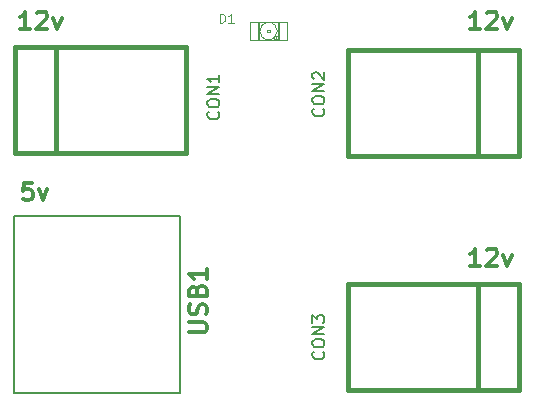
<source format=gto>
G04 (created by PCBNEW (2013-07-07 BZR 4022)-stable) date 2/9/2014 4:29:12 PM*
%MOIN*%
G04 Gerber Fmt 3.4, Leading zero omitted, Abs format*
%FSLAX34Y34*%
G01*
G70*
G90*
G04 APERTURE LIST*
%ADD10C,0.00590551*%
%ADD11C,0.011811*%
%ADD12C,0.005*%
%ADD13C,0.0026*%
%ADD14C,0.004*%
%ADD15C,0.015*%
%ADD16C,0.012*%
%ADD17C,0.0035*%
%ADD18C,0.008*%
G04 APERTURE END LIST*
G54D10*
G54D11*
X82362Y-40639D02*
X82025Y-40639D01*
X82193Y-40639D02*
X82193Y-40048D01*
X82137Y-40132D01*
X82081Y-40189D01*
X82025Y-40217D01*
X82587Y-40104D02*
X82615Y-40076D01*
X82671Y-40048D01*
X82812Y-40048D01*
X82868Y-40076D01*
X82896Y-40104D01*
X82924Y-40160D01*
X82924Y-40217D01*
X82896Y-40301D01*
X82559Y-40639D01*
X82924Y-40639D01*
X83121Y-40245D02*
X83262Y-40639D01*
X83403Y-40245D01*
X82362Y-48539D02*
X82025Y-48539D01*
X82193Y-48539D02*
X82193Y-47948D01*
X82137Y-48032D01*
X82081Y-48089D01*
X82025Y-48117D01*
X82587Y-48004D02*
X82615Y-47976D01*
X82671Y-47948D01*
X82812Y-47948D01*
X82868Y-47976D01*
X82896Y-48004D01*
X82924Y-48060D01*
X82924Y-48117D01*
X82896Y-48201D01*
X82559Y-48539D01*
X82924Y-48539D01*
X83121Y-48145D02*
X83262Y-48539D01*
X83403Y-48145D01*
X67415Y-45748D02*
X67134Y-45748D01*
X67106Y-46029D01*
X67134Y-46001D01*
X67190Y-45973D01*
X67331Y-45973D01*
X67387Y-46001D01*
X67415Y-46029D01*
X67443Y-46085D01*
X67443Y-46226D01*
X67415Y-46282D01*
X67387Y-46310D01*
X67331Y-46339D01*
X67190Y-46339D01*
X67134Y-46310D01*
X67106Y-46282D01*
X67640Y-45945D02*
X67781Y-46339D01*
X67921Y-45945D01*
X67362Y-40639D02*
X67025Y-40639D01*
X67193Y-40639D02*
X67193Y-40048D01*
X67137Y-40132D01*
X67081Y-40189D01*
X67025Y-40217D01*
X67587Y-40104D02*
X67615Y-40076D01*
X67671Y-40048D01*
X67812Y-40048D01*
X67868Y-40076D01*
X67896Y-40104D01*
X67924Y-40160D01*
X67924Y-40217D01*
X67896Y-40301D01*
X67559Y-40639D01*
X67924Y-40639D01*
X68121Y-40245D02*
X68262Y-40639D01*
X68403Y-40245D01*
G54D12*
X72350Y-52750D02*
X66800Y-52750D01*
X66800Y-46850D02*
X72350Y-46850D01*
X72350Y-52750D02*
X72350Y-46850D01*
X66800Y-52750D02*
X66800Y-46850D01*
G54D13*
X75261Y-40739D02*
X75339Y-40739D01*
X75339Y-40739D02*
X75339Y-40661D01*
X75261Y-40661D02*
X75339Y-40661D01*
X75261Y-40739D02*
X75261Y-40661D01*
X75477Y-40975D02*
X75614Y-40975D01*
X75614Y-40975D02*
X75614Y-40877D01*
X75477Y-40877D02*
X75614Y-40877D01*
X75477Y-40975D02*
X75477Y-40877D01*
X75614Y-40975D02*
X75654Y-40975D01*
X75654Y-40975D02*
X75654Y-40504D01*
X75614Y-40504D02*
X75654Y-40504D01*
X75614Y-40975D02*
X75614Y-40504D01*
X75614Y-40484D02*
X75654Y-40484D01*
X75654Y-40484D02*
X75654Y-40425D01*
X75614Y-40425D02*
X75654Y-40425D01*
X75614Y-40484D02*
X75614Y-40425D01*
X74946Y-40975D02*
X74986Y-40975D01*
X74986Y-40975D02*
X74986Y-40504D01*
X74946Y-40504D02*
X74986Y-40504D01*
X74946Y-40975D02*
X74946Y-40504D01*
X74946Y-40484D02*
X74986Y-40484D01*
X74986Y-40484D02*
X74986Y-40425D01*
X74946Y-40425D02*
X74986Y-40425D01*
X74946Y-40484D02*
X74946Y-40425D01*
X75477Y-40975D02*
X75536Y-40975D01*
X75536Y-40975D02*
X75536Y-40877D01*
X75477Y-40877D02*
X75536Y-40877D01*
X75477Y-40975D02*
X75477Y-40877D01*
G54D14*
X75910Y-40995D02*
X74690Y-40995D01*
X74690Y-40995D02*
X74690Y-40405D01*
X74690Y-40405D02*
X75910Y-40405D01*
X75910Y-40405D02*
X75910Y-40995D01*
X75084Y-40896D02*
G75*
G03X75516Y-40895I215J196D01*
G74*
G01*
X75084Y-40503D02*
G75*
G03X75083Y-40895I215J-196D01*
G74*
G01*
X75515Y-40503D02*
G75*
G03X75083Y-40504I-215J-196D01*
G74*
G01*
X75515Y-40896D02*
G75*
G03X75516Y-40504I-215J196D01*
G74*
G01*
G54D15*
X68225Y-41228D02*
X68225Y-44772D01*
X66847Y-41228D02*
X66847Y-44772D01*
X66847Y-44772D02*
X72556Y-44772D01*
X72556Y-44772D02*
X72556Y-41228D01*
X72556Y-41228D02*
X66847Y-41228D01*
X82275Y-44872D02*
X82275Y-41328D01*
X83653Y-44872D02*
X83653Y-41328D01*
X83653Y-41328D02*
X77944Y-41328D01*
X77944Y-41328D02*
X77944Y-44872D01*
X77944Y-44872D02*
X83653Y-44872D01*
X82275Y-52672D02*
X82275Y-49128D01*
X83653Y-52672D02*
X83653Y-49128D01*
X83653Y-49128D02*
X77944Y-49128D01*
X77944Y-49128D02*
X77944Y-52672D01*
X77944Y-52672D02*
X83653Y-52672D01*
G54D16*
X72642Y-50742D02*
X73128Y-50742D01*
X73185Y-50714D01*
X73214Y-50685D01*
X73242Y-50628D01*
X73242Y-50514D01*
X73214Y-50457D01*
X73185Y-50428D01*
X73128Y-50400D01*
X72642Y-50400D01*
X73214Y-50142D02*
X73242Y-50057D01*
X73242Y-49914D01*
X73214Y-49857D01*
X73185Y-49828D01*
X73128Y-49800D01*
X73071Y-49800D01*
X73014Y-49828D01*
X72985Y-49857D01*
X72957Y-49914D01*
X72928Y-50028D01*
X72900Y-50085D01*
X72871Y-50114D01*
X72814Y-50142D01*
X72757Y-50142D01*
X72700Y-50114D01*
X72671Y-50085D01*
X72642Y-50028D01*
X72642Y-49885D01*
X72671Y-49800D01*
X72928Y-49342D02*
X72957Y-49257D01*
X72985Y-49228D01*
X73042Y-49200D01*
X73128Y-49200D01*
X73185Y-49228D01*
X73214Y-49257D01*
X73242Y-49314D01*
X73242Y-49542D01*
X72642Y-49542D01*
X72642Y-49342D01*
X72671Y-49285D01*
X72700Y-49257D01*
X72757Y-49228D01*
X72814Y-49228D01*
X72871Y-49257D01*
X72900Y-49285D01*
X72928Y-49342D01*
X72928Y-49542D01*
X73242Y-48628D02*
X73242Y-48971D01*
X73242Y-48800D02*
X72642Y-48800D01*
X72728Y-48857D01*
X72785Y-48914D01*
X72814Y-48971D01*
G54D17*
X73678Y-40421D02*
X73678Y-40121D01*
X73750Y-40121D01*
X73792Y-40135D01*
X73821Y-40164D01*
X73835Y-40192D01*
X73850Y-40250D01*
X73850Y-40292D01*
X73835Y-40350D01*
X73821Y-40378D01*
X73792Y-40407D01*
X73750Y-40421D01*
X73678Y-40421D01*
X74135Y-40421D02*
X73964Y-40421D01*
X74050Y-40421D02*
X74050Y-40121D01*
X74021Y-40164D01*
X73992Y-40192D01*
X73964Y-40207D01*
G54D18*
X73623Y-43385D02*
X73642Y-43404D01*
X73661Y-43461D01*
X73661Y-43500D01*
X73642Y-43557D01*
X73604Y-43595D01*
X73566Y-43614D01*
X73490Y-43633D01*
X73433Y-43633D01*
X73357Y-43614D01*
X73319Y-43595D01*
X73280Y-43557D01*
X73261Y-43500D01*
X73261Y-43461D01*
X73280Y-43404D01*
X73300Y-43385D01*
X73261Y-43138D02*
X73261Y-43061D01*
X73280Y-43023D01*
X73319Y-42985D01*
X73395Y-42966D01*
X73528Y-42966D01*
X73604Y-42985D01*
X73642Y-43023D01*
X73661Y-43061D01*
X73661Y-43138D01*
X73642Y-43176D01*
X73604Y-43214D01*
X73528Y-43233D01*
X73395Y-43233D01*
X73319Y-43214D01*
X73280Y-43176D01*
X73261Y-43138D01*
X73661Y-42795D02*
X73261Y-42795D01*
X73661Y-42566D01*
X73261Y-42566D01*
X73661Y-42166D02*
X73661Y-42395D01*
X73661Y-42280D02*
X73261Y-42280D01*
X73319Y-42319D01*
X73357Y-42357D01*
X73376Y-42395D01*
X77123Y-43285D02*
X77142Y-43304D01*
X77161Y-43361D01*
X77161Y-43400D01*
X77142Y-43457D01*
X77104Y-43495D01*
X77066Y-43514D01*
X76990Y-43533D01*
X76933Y-43533D01*
X76857Y-43514D01*
X76819Y-43495D01*
X76780Y-43457D01*
X76761Y-43400D01*
X76761Y-43361D01*
X76780Y-43304D01*
X76800Y-43285D01*
X76761Y-43038D02*
X76761Y-42961D01*
X76780Y-42923D01*
X76819Y-42885D01*
X76895Y-42866D01*
X77028Y-42866D01*
X77104Y-42885D01*
X77142Y-42923D01*
X77161Y-42961D01*
X77161Y-43038D01*
X77142Y-43076D01*
X77104Y-43114D01*
X77028Y-43133D01*
X76895Y-43133D01*
X76819Y-43114D01*
X76780Y-43076D01*
X76761Y-43038D01*
X77161Y-42695D02*
X76761Y-42695D01*
X77161Y-42466D01*
X76761Y-42466D01*
X76800Y-42295D02*
X76780Y-42276D01*
X76761Y-42238D01*
X76761Y-42142D01*
X76780Y-42104D01*
X76800Y-42085D01*
X76838Y-42066D01*
X76876Y-42066D01*
X76933Y-42085D01*
X77161Y-42314D01*
X77161Y-42066D01*
X77123Y-51385D02*
X77142Y-51404D01*
X77161Y-51461D01*
X77161Y-51500D01*
X77142Y-51557D01*
X77104Y-51595D01*
X77066Y-51614D01*
X76990Y-51633D01*
X76933Y-51633D01*
X76857Y-51614D01*
X76819Y-51595D01*
X76780Y-51557D01*
X76761Y-51500D01*
X76761Y-51461D01*
X76780Y-51404D01*
X76800Y-51385D01*
X76761Y-51138D02*
X76761Y-51061D01*
X76780Y-51023D01*
X76819Y-50985D01*
X76895Y-50966D01*
X77028Y-50966D01*
X77104Y-50985D01*
X77142Y-51023D01*
X77161Y-51061D01*
X77161Y-51138D01*
X77142Y-51176D01*
X77104Y-51214D01*
X77028Y-51233D01*
X76895Y-51233D01*
X76819Y-51214D01*
X76780Y-51176D01*
X76761Y-51138D01*
X77161Y-50795D02*
X76761Y-50795D01*
X77161Y-50566D01*
X76761Y-50566D01*
X76761Y-50414D02*
X76761Y-50166D01*
X76914Y-50299D01*
X76914Y-50242D01*
X76933Y-50204D01*
X76952Y-50185D01*
X76990Y-50166D01*
X77085Y-50166D01*
X77123Y-50185D01*
X77142Y-50204D01*
X77161Y-50242D01*
X77161Y-50357D01*
X77142Y-50395D01*
X77123Y-50414D01*
M02*

</source>
